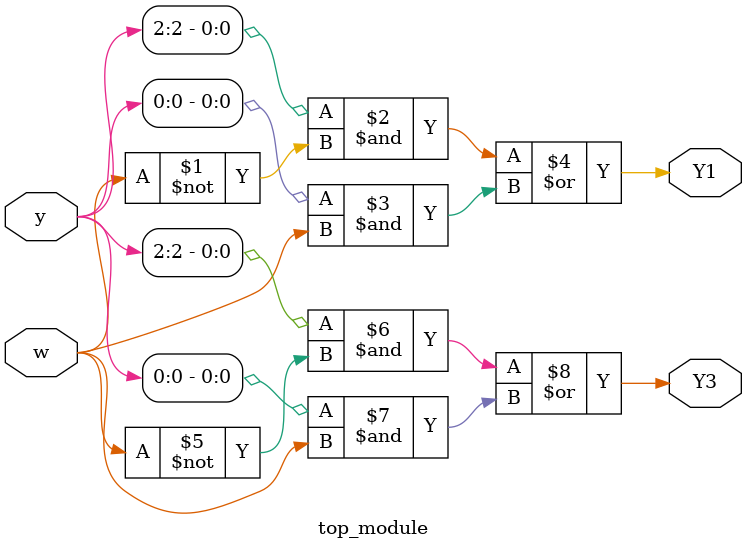
<source format=sv>
module top_module (
	input [5:0] y,
	input w,
	output Y1,
	output Y3
);

	// flip-flop Y1
	assign Y1 = (y[2] & ~w) | (y[0] & w);

	// flip-flop Y3
	assign Y3 = (y[2] & ~w) | (y[0] & w);

endmodule

</source>
